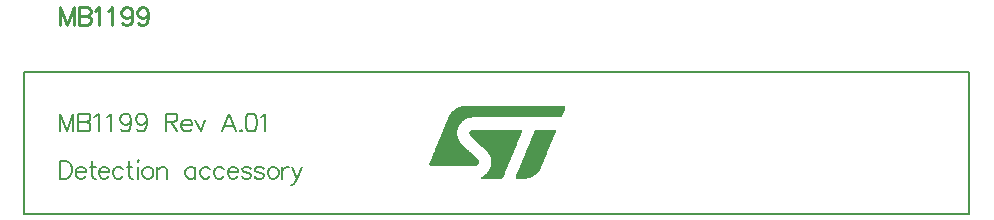
<source format=gbr>
%FSTAX23Y23*%
%MOIN*%
%SFA1B1*%

%IPPOS*%
%ADD11C,0.005000*%
%ADD12C,0.010000*%
%ADD14C,0.001000*%
%ADD15C,0.006000*%
%LNpcb1-1*%
%LPD*%
G54D11*
X0Y0D02*
X0315D01*
Y00472*
X0D02*
X0315D01*
X0Y0D02*
Y00472D01*
G54D12*
X00118Y0069D02*
Y0063D01*
Y0069D02*
X00141Y0063D01*
X00164Y0069D02*
X00141Y0063D01*
X00164Y0069D02*
Y0063D01*
X00181Y0069D02*
Y0063D01*
Y0069D02*
X00207D01*
X00215Y00687*
X00218Y00684*
X00221Y00678*
Y00673*
X00218Y00667*
X00215Y00664*
X00207Y00661*
X00181D02*
X00207D01*
X00215Y00658*
X00218Y00656*
X00221Y0065*
Y00641*
X00218Y00636*
X00215Y00633*
X00207Y0063*
X00181*
X00234Y00678D02*
X0024Y00681D01*
X00249Y0069*
Y0063*
X00278Y00678D02*
X00284Y00681D01*
X00293Y0069*
Y0063*
X00359Y0067D02*
X00357Y00661D01*
X00351Y00656*
X00342Y00653*
X00339*
X00331Y00656*
X00325Y00661*
X00322Y0067*
Y00673*
X00325Y00681*
X00331Y00687*
X00339Y0069*
X00342*
X00351Y00687*
X00357Y00681*
X00359Y0067*
Y00656*
X00357Y00641*
X00351Y00633*
X00342Y0063*
X00337*
X00328Y00633*
X00325Y00638*
X00413Y0067D02*
X0041Y00661D01*
X00404Y00656*
X00396Y00653*
X00393*
X00384Y00656*
X00379Y00661*
X00376Y0067*
Y00673*
X00379Y00681*
X00384Y00687*
X00393Y0069*
X00396*
X00404Y00687*
X0041Y00681*
X00413Y0067*
Y00656*
X0041Y00641*
X00404Y00633*
X00396Y0063*
X0039*
X00381Y00633*
X00379Y00638*
G54D14*
X01462Y0036D02*
X01798D01*
X01459Y00359D02*
X01799D01*
X01457D02*
X01799D01*
X01454D02*
X018D01*
X01452Y00358D02*
X018D01*
X01451Y00357D02*
X018D01*
X01449D02*
X018D01*
X01448Y00356D02*
X018D01*
X01447D02*
X018D01*
X01446D02*
X018D01*
X01444Y00355D02*
X018D01*
X01444Y00354D02*
X01799D01*
X01442D02*
X01799D01*
X01441D02*
X01799D01*
X01441Y00353D02*
X01799D01*
X01439Y00352D02*
X01799D01*
X01439D02*
X01798D01*
X01438D02*
X01798D01*
X01437Y00351D02*
X01798D01*
X01436Y0035D02*
X01798D01*
X01436D02*
X01798D01*
X01435D02*
X01798D01*
X01434Y00349D02*
X01798D01*
X01434D02*
X01797D01*
X01433Y00348D02*
X01797D01*
X01433Y00347D02*
X01796D01*
X01431D02*
X01796D01*
X01431D02*
X01796D01*
X01431Y00346D02*
X01796D01*
X0143Y00345D02*
X01796D01*
X01429D02*
X01796D01*
X01429D02*
X01796D01*
X01428Y00344D02*
X01796D01*
X01428Y00343D02*
X01795D01*
X01427D02*
X01795D01*
X01426D02*
X01794D01*
X01426Y00342D02*
X01794D01*
X01426D02*
X01794D01*
X01426Y00341D02*
X01794D01*
X01425Y0034D02*
X01794D01*
X01424D02*
X01793D01*
X01424D02*
X01793D01*
X01423Y00339D02*
X01793D01*
X01423Y00338D02*
X01793D01*
X01423D02*
X01793D01*
X01423D02*
X01793D01*
X01422Y00337D02*
X01793D01*
X01421Y00336D02*
X01792D01*
X01421D02*
X01792D01*
X01421D02*
X01792D01*
X01421Y00335D02*
X01791D01*
X0142D02*
X01791D01*
X01419Y00334D02*
X01791D01*
X01419Y00333D02*
X01791D01*
X01419D02*
X01791D01*
X01418D02*
X01791D01*
X01418Y00332D02*
X01791D01*
X01418Y00331D02*
X0179D01*
X01418D02*
X0179D01*
X01418D02*
X01789D01*
X01417Y0033D02*
X01789D01*
X01417Y00329D02*
X01789D01*
X01416D02*
X01789D01*
X01416D02*
X01789D01*
X01416Y00328D02*
X01788D01*
X01416Y00327D02*
X01788D01*
X01416D02*
X01788D01*
X01416Y00326D02*
X01788D01*
X01415D02*
X01787D01*
X01415D02*
X01786D01*
X01414Y00325D02*
X01488D01*
X01414Y00324D02*
X01485D01*
X01414D02*
X01482D01*
X01414D02*
X0148D01*
X01414Y00323D02*
X01478D01*
X01413Y00322D02*
X01476D01*
X01413D02*
X01474D01*
X01413D02*
X01474D01*
X01413Y00321D02*
X01472D01*
X01413Y0032D02*
X01471D01*
X01413D02*
X01469D01*
X01413Y00319D02*
X01469D01*
X01412D02*
X01467D01*
X01412D02*
X01467D01*
X01412Y00318D02*
X01466D01*
X01411Y00317D02*
X01465D01*
X01411D02*
X01464D01*
X01411D02*
X01464D01*
X01411Y00316D02*
X01462D01*
X01411Y00315D02*
X01462D01*
X01411D02*
X01461D01*
X01411D02*
X01461D01*
X0141Y00314D02*
X0146D01*
X0141Y00313D02*
X01459D01*
X0141D02*
X01459D01*
X0141Y00312D02*
X01458D01*
X0141D02*
X01457D01*
X01409D02*
X01457D01*
X01409Y00311D02*
X01456D01*
X01408Y0031D02*
X01456D01*
X01408D02*
X01455D01*
X01408D02*
X01454D01*
X01408Y00309D02*
X01454D01*
X01408Y00308D02*
X01454D01*
X01408D02*
X01454D01*
X01408D02*
X01453D01*
X01407Y00307D02*
X01452D01*
X01407Y00306D02*
X01452D01*
X01407D02*
X01452D01*
X01406D02*
X01451D01*
X01406Y00305D02*
X01451D01*
X01406D02*
X01451D01*
X01406Y00304D02*
X0145D01*
X01406Y00303D02*
X01449D01*
X01406D02*
X01449D01*
X01406D02*
X01449D01*
X01405Y00302D02*
X01449D01*
X01405Y00301D02*
X01448D01*
X01405D02*
X01448D01*
X01405D02*
X01447D01*
X01405Y003D02*
X01447D01*
X01404Y00299D02*
X01447D01*
X01404D02*
X01446D01*
X01403D02*
X01446D01*
X01403Y00298D02*
X01446D01*
X01403D02*
X01446D01*
X01403Y00297D02*
X01446D01*
X01403Y00296D02*
X01446D01*
X01403D02*
X01445D01*
X01403D02*
X01445D01*
X01402Y00295D02*
X01444D01*
X01402Y00294D02*
X01444D01*
X01402D02*
X01444D01*
X01401D02*
X01444D01*
X01401Y00293D02*
X01444D01*
X01401Y00292D02*
X01444D01*
X01401D02*
X01444D01*
X01401D02*
X01443D01*
X01401Y00291D02*
X01443D01*
X01401Y0029D02*
X01442D01*
X014D02*
X01442D01*
X014Y00289D02*
X01442D01*
X014D02*
X01442D01*
X014D02*
X01442D01*
X014Y00288D02*
X01442D01*
X01399Y00287D02*
X01441D01*
X01399D02*
X01441D01*
X01398D02*
X01441D01*
X01398Y00286D02*
X01441D01*
X01398Y00285D02*
X01441D01*
X01398D02*
X01441D01*
X01398D02*
X01441D01*
X01398Y00284D02*
X01441D01*
X01398Y00283D02*
X01441D01*
X01397D02*
X01441D01*
X01397Y00282D02*
X01441D01*
X01397D02*
X01441D01*
X01396D02*
X0144D01*
X01396Y00281D02*
X0144D01*
X01491D02*
X01653D01*
X01706D02*
X01766D01*
X01396Y0028D02*
X0144D01*
X0149D02*
X01655D01*
X01704D02*
X01766D01*
X01396D02*
X0144D01*
X01489D02*
X01655D01*
X01704D02*
X01767D01*
X01396D02*
X0144D01*
X01488D02*
X01655D01*
X01703D02*
X01768D01*
X01395Y00279D02*
X0144D01*
X01487D02*
X01655D01*
X01702D02*
X01768D01*
X01395Y00278D02*
X01439D01*
X01487D02*
X01656D01*
X01702D02*
X01768D01*
X01395D02*
X01439D01*
X01486D02*
X01656D01*
X01702D02*
X01768D01*
X01395D02*
X01439D01*
X01485D02*
X01656D01*
X01701D02*
X01768D01*
X01395Y00277D02*
X01439D01*
X01485D02*
X01655D01*
X01701D02*
X01768D01*
X01395Y00276D02*
X01439D01*
X01485D02*
X01655D01*
X01701D02*
X01768D01*
X01395D02*
X01439D01*
X01485D02*
X01655D01*
X017D02*
X01768D01*
X01394Y00275D02*
X01439D01*
X01485D02*
X01655D01*
X017D02*
X01767D01*
X01394D02*
X01439D01*
X01484D02*
X01655D01*
X01699D02*
X01767D01*
X01393D02*
X01439D01*
X01484D02*
X01655D01*
X01699D02*
X01766D01*
X01393Y00274D02*
X01439D01*
X01484D02*
X01654D01*
X01699D02*
X01766D01*
X01393Y00273D02*
X01439D01*
X01484D02*
X01654D01*
X01699D02*
X01766D01*
X01393D02*
X01439D01*
X01484D02*
X01653D01*
X01699D02*
X01766D01*
X01393D02*
X01439D01*
X01484D02*
X01653D01*
X01699D02*
X01766D01*
X01393Y00272D02*
X01439D01*
X01483D02*
X01653D01*
X01699D02*
X01765D01*
X01393Y00271D02*
X01439D01*
X01483D02*
X01653D01*
X01698D02*
X01765D01*
X01393D02*
X01439D01*
X01483D02*
X01653D01*
X01698D02*
X01765D01*
X01392D02*
X01439D01*
X01483D02*
X01653D01*
X01698D02*
X01765D01*
X01392Y0027D02*
X01439D01*
X01483D02*
X01653D01*
X01697D02*
X01765D01*
X01391Y00269D02*
X01439D01*
X01483D02*
X01652D01*
X01697D02*
X01765D01*
X01391D02*
X01439D01*
X01484D02*
X01652D01*
X01697D02*
X01765D01*
X01391D02*
X01439D01*
X01484D02*
X01652D01*
X01697D02*
X01764D01*
X01391Y00268D02*
X01439D01*
X01484D02*
X01651D01*
X01697D02*
X01764D01*
X01391D02*
X01439D01*
X01484D02*
X01651D01*
X01696D02*
X01764D01*
X0139Y00267D02*
X01439D01*
X01484D02*
X01651D01*
X01696D02*
X01763D01*
X0139Y00266D02*
X01439D01*
X01484D02*
X01651D01*
X01696D02*
X01763D01*
X0139D02*
X01439D01*
X01485D02*
X01651D01*
X01696D02*
X01763D01*
X0139D02*
X01439D01*
X01485D02*
X01651D01*
X01696D02*
X01763D01*
X0139Y00265D02*
X01439D01*
X01485D02*
X01651D01*
X01696D02*
X01763D01*
X0139Y00264D02*
X01439D01*
X01485D02*
X0165D01*
X01696D02*
X01763D01*
X0139D02*
X01439D01*
X01485D02*
X0165D01*
X01695D02*
X01763D01*
X01389D02*
X01439D01*
X01486D02*
X0165D01*
X01695D02*
X01762D01*
X01389Y00263D02*
X01439D01*
X01487D02*
X0165D01*
X01694D02*
X01762D01*
X01388Y00262D02*
X01439D01*
X01487D02*
X0165D01*
X01694D02*
X01762D01*
X01388D02*
X0144D01*
X01487D02*
X01649D01*
X01694D02*
X01762D01*
X01388D02*
X0144D01*
X01488D02*
X01649D01*
X01694D02*
X01762D01*
X01388Y00261D02*
X0144D01*
X01488D02*
X01648D01*
X01694D02*
X01761D01*
X01388D02*
X0144D01*
X01489D02*
X01648D01*
X01694D02*
X01761D01*
X01388Y0026D02*
X0144D01*
X0149D02*
X01648D01*
X01694D02*
X0176D01*
X01388Y00259D02*
X0144D01*
X0149D02*
X01648D01*
X01694D02*
X0176D01*
X01388D02*
X01441D01*
X0149D02*
X01648D01*
X01693D02*
X0176D01*
X01387D02*
X01441D01*
X01491D02*
X01648D01*
X01693D02*
X0176D01*
X01387Y00258D02*
X01441D01*
X01492D02*
X01648D01*
X01692D02*
X0176D01*
X01387Y00257D02*
X01441D01*
X01492D02*
X01648D01*
X01692D02*
X0176D01*
X01387D02*
X01441D01*
X01493D02*
X01647D01*
X01692D02*
X0176D01*
X01386D02*
X01441D01*
X01493D02*
X01647D01*
X01692D02*
X01759D01*
X01386Y00256D02*
X01441D01*
X01494D02*
X01646D01*
X01692D02*
X01759D01*
X01386Y00255D02*
X01441D01*
X01495D02*
X01646D01*
X01691D02*
X01759D01*
X01385D02*
X01441D01*
X01495D02*
X01646D01*
X01691D02*
X01758D01*
X01385D02*
X01441D01*
X01495D02*
X01646D01*
X01691D02*
X01758D01*
X01385Y00254D02*
X01441D01*
X01496D02*
X01646D01*
X01691D02*
X01758D01*
X01385D02*
X01442D01*
X01497D02*
X01645D01*
X01691D02*
X01758D01*
X01385Y00253D02*
X01442D01*
X01497D02*
X01645D01*
X01691D02*
X01758D01*
X01385Y00252D02*
X01442D01*
X01497D02*
X01645D01*
X01691D02*
X01758D01*
X01385D02*
X01442D01*
X01498D02*
X01645D01*
X0169D02*
X01758D01*
X01384D02*
X01442D01*
X01499D02*
X01645D01*
X0169D02*
X01757D01*
X01384Y00251D02*
X01442D01*
X015D02*
X01645D01*
X01689D02*
X01757D01*
X01384Y0025D02*
X01443D01*
X015D02*
X01645D01*
X01689D02*
X01757D01*
X01383D02*
X01443D01*
X015D02*
X01644D01*
X01689D02*
X01757D01*
X01383D02*
X01443D01*
X01501D02*
X01644D01*
X01689D02*
X01757D01*
X01383Y00249D02*
X01444D01*
X01502D02*
X01643D01*
X01689D02*
X01756D01*
X01383D02*
X01444D01*
X01502D02*
X01643D01*
X01689D02*
X01756D01*
X01383Y00248D02*
X01444D01*
X01503D02*
X01643D01*
X01689D02*
X01755D01*
X01383D02*
X01444D01*
X01503D02*
X01643D01*
X01689D02*
X01755D01*
X01383Y00247D02*
X01444D01*
X01503D02*
X01643D01*
X01688D02*
X01755D01*
X01382D02*
X01444D01*
X01504D02*
X01643D01*
X01688D02*
X01755D01*
X01382Y00246D02*
X01445D01*
X01505D02*
X01643D01*
X01688D02*
X01755D01*
X01382Y00245D02*
X01445D01*
X01505D02*
X01643D01*
X01688D02*
X01755D01*
X01382D02*
X01446D01*
X01506D02*
X01642D01*
X01688D02*
X01755D01*
X01382Y00244D02*
X01446D01*
X01507D02*
X01642D01*
X01687D02*
X01754D01*
X01381D02*
X01446D01*
X01507D02*
X01641D01*
X01687D02*
X01754D01*
X01381Y00243D02*
X01446D01*
X01508D02*
X01641D01*
X01686D02*
X01754D01*
X0138D02*
X01446D01*
X01508D02*
X01641D01*
X01686D02*
X01753D01*
X0138D02*
X01446D01*
X01508D02*
X01641D01*
X01686D02*
X01753D01*
X0138Y00242D02*
X01447D01*
X01509D02*
X01641D01*
X01686D02*
X01753D01*
X0138D02*
X01447D01*
X0151D02*
X0164D01*
X01686D02*
X01753D01*
X0138Y00241D02*
X01447D01*
X0151D02*
X0164D01*
X01686D02*
X01753D01*
X0138D02*
X01448D01*
X0151D02*
X0164D01*
X01686D02*
X01753D01*
X0138Y0024D02*
X01449D01*
X01511D02*
X0164D01*
X01685D02*
X01753D01*
X01379D02*
X01449D01*
X01512D02*
X0164D01*
X01685D02*
X01752D01*
X01379Y00239D02*
X01449D01*
X01512D02*
X0164D01*
X01685D02*
X01752D01*
X01379Y00238D02*
X01449D01*
X01513D02*
X0164D01*
X01684D02*
X01752D01*
X01378D02*
X01449D01*
X01513D02*
X01639D01*
X01684D02*
X01752D01*
X01378Y00237D02*
X0145D01*
X01514D02*
X01639D01*
X01684D02*
X01752D01*
X01378D02*
X01451D01*
X01515D02*
X01639D01*
X01684D02*
X01751D01*
X01378Y00236D02*
X01451D01*
X01515D02*
X01638D01*
X01684D02*
X01751D01*
X01378D02*
X01452D01*
X01515D02*
X01638D01*
X01684D02*
X0175D01*
X01378Y00235D02*
X01452D01*
X01516D02*
X01638D01*
X01684D02*
X0175D01*
X01378D02*
X01452D01*
X01516D02*
X01638D01*
X01683D02*
X0175D01*
X01377D02*
X01452D01*
X01517D02*
X01638D01*
X01683D02*
X0175D01*
X01377Y00234D02*
X01453D01*
X01518D02*
X01638D01*
X01683D02*
X0175D01*
X01377D02*
X01454D01*
X01518D02*
X01638D01*
X01683D02*
X0175D01*
X01377Y00233D02*
X01454D01*
X01518D02*
X01637D01*
X01683D02*
X0175D01*
X01377D02*
X01455D01*
X01519D02*
X01637D01*
X01682D02*
X0175D01*
X01376Y00232D02*
X01456D01*
X0152D02*
X01637D01*
X01682D02*
X01749D01*
X01376Y00231D02*
X01456D01*
X0152D02*
X01637D01*
X01681D02*
X01749D01*
X01375D02*
X01457D01*
X01521D02*
X01637D01*
X01681D02*
X01748D01*
X01375Y0023D02*
X01457D01*
X01521D02*
X01636D01*
X01681D02*
X01748D01*
X01375D02*
X01457D01*
X01522D02*
X01636D01*
X01681D02*
X01748D01*
X01375Y00229D02*
X01458D01*
X01523D02*
X01635D01*
X01681D02*
X01748D01*
X01375D02*
X01459D01*
X01523D02*
X01635D01*
X01681D02*
X01748D01*
X01375Y00228D02*
X01459D01*
X01523D02*
X01635D01*
X01681D02*
X01747D01*
X01375D02*
X01459D01*
X01524D02*
X01635D01*
X0168D02*
X01747D01*
X01374D02*
X0146D01*
X01525D02*
X01635D01*
X0168D02*
X01747D01*
X01374Y00227D02*
X01461D01*
X01525D02*
X01635D01*
X0168D02*
X01747D01*
X01374D02*
X01461D01*
X01526D02*
X01635D01*
X01679D02*
X01747D01*
X01373Y00226D02*
X01462D01*
X01526D02*
X01634D01*
X01679D02*
X01747D01*
X01373D02*
X01462D01*
X01526D02*
X01634D01*
X01679D02*
X01747D01*
X01373Y00225D02*
X01463D01*
X01527D02*
X01634D01*
X01679D02*
X01746D01*
X01373D02*
X01464D01*
X01528D02*
X01633D01*
X01679D02*
X01746D01*
X01373Y00224D02*
X01464D01*
X01528D02*
X01633D01*
X01679D02*
X01746D01*
X01372Y00223D02*
X01464D01*
X01529D02*
X01633D01*
X01679D02*
X01745D01*
X01372D02*
X01465D01*
X0153D02*
X01633D01*
X01678D02*
X01745D01*
X01372Y00222D02*
X01465D01*
X0153D02*
X01633D01*
X01678D02*
X01745D01*
X01372D02*
X01466D01*
X01531D02*
X01633D01*
X01678D02*
X01745D01*
X01372Y00221D02*
X01467D01*
X01531D02*
X01633D01*
X01678D02*
X01745D01*
X01372D02*
X01467D01*
X01531D02*
X01632D01*
X01678D02*
X01745D01*
X01372D02*
X01467D01*
X01532D02*
X01632D01*
X01677D02*
X01745D01*
X01371Y0022D02*
X01468D01*
X01533D02*
X01632D01*
X01677D02*
X01744D01*
X01371D02*
X01469D01*
X01533D02*
X01632D01*
X01676D02*
X01744D01*
X0137Y00219D02*
X01469D01*
X01533D02*
X01632D01*
X01676D02*
X01743D01*
X0137D02*
X01469D01*
X01534D02*
X01631D01*
X01676D02*
X01743D01*
X0137Y00218D02*
X0147D01*
X01535D02*
X01631D01*
X01676D02*
X01743D01*
X0137D02*
X01471D01*
X01536D02*
X0163D01*
X01676D02*
X01743D01*
X0137Y00217D02*
X01472D01*
X01536D02*
X0163D01*
X01676D02*
X01743D01*
X0137Y00216D02*
X01472D01*
X01536D02*
X0163D01*
X01676D02*
X01742D01*
X0137D02*
X01472D01*
X01537D02*
X0163D01*
X01676D02*
X01742D01*
X01369Y00215D02*
X01473D01*
X01538D02*
X0163D01*
X01675D02*
X01742D01*
X01369D02*
X01474D01*
X01538D02*
X0163D01*
X01675D02*
X01742D01*
X01369Y00214D02*
X01474D01*
X01538D02*
X0163D01*
X01674D02*
X01742D01*
X01368D02*
X01474D01*
X01539D02*
X01629D01*
X01674D02*
X01742D01*
X01368Y00213D02*
X01475D01*
X01539D02*
X01629D01*
X01674D02*
X01742D01*
X01368D02*
X01475D01*
X0154D02*
X01629D01*
X01674D02*
X01741D01*
X01368D02*
X01476D01*
X01541D02*
X01628D01*
X01674D02*
X01741D01*
X01368Y00212D02*
X01477D01*
X01541D02*
X01628D01*
X01673D02*
X01741D01*
X01367D02*
X01477D01*
X01541D02*
X01628D01*
X01673D02*
X0174D01*
X01367Y00211D02*
X01478D01*
X01542D02*
X01628D01*
X01673D02*
X0174D01*
X01367D02*
X01479D01*
X01543D02*
X01628D01*
X01673D02*
X0174D01*
X01367Y0021D02*
X01479D01*
X01543D02*
X01628D01*
X01673D02*
X0174D01*
X01367Y00209D02*
X0148D01*
X01543D02*
X01628D01*
X01673D02*
X0174D01*
X01367D02*
X0148D01*
X01543D02*
X01627D01*
X01673D02*
X0174D01*
X01367Y00208D02*
X0148D01*
X01544D02*
X01627D01*
X01672D02*
X0174D01*
X01366D02*
X01481D01*
X01544D02*
X01627D01*
X01672D02*
X01739D01*
X01366Y00207D02*
X01482D01*
X01544D02*
X01627D01*
X01671D02*
X01739D01*
X01365D02*
X01482D01*
X01545D02*
X01627D01*
X01671D02*
X01738D01*
X01365Y00206D02*
X01482D01*
X01546D02*
X01626D01*
X01671D02*
X01738D01*
X01365D02*
X01483D01*
X01546D02*
X01626D01*
X01671D02*
X01738D01*
X01365D02*
X01484D01*
X01546D02*
X01625D01*
X01671D02*
X01738D01*
X01365Y00205D02*
X01484D01*
X01546D02*
X01625D01*
X01671D02*
X01738D01*
X01365D02*
X01485D01*
X01547D02*
X01625D01*
X01671D02*
X01737D01*
X01365Y00204D02*
X01485D01*
X01547D02*
X01625D01*
X01671D02*
X01737D01*
X01364D02*
X01486D01*
X01548D02*
X01625D01*
X0167D02*
X01737D01*
X01364Y00203D02*
X01487D01*
X01548D02*
X01625D01*
X0167D02*
X01737D01*
X01364D02*
X01487D01*
X01548D02*
X01625D01*
X01669D02*
X01737D01*
X01363Y00202D02*
X01487D01*
X01548D02*
X01625D01*
X01669D02*
X01737D01*
X01363Y00201D02*
X01488D01*
X01548D02*
X01624D01*
X01669D02*
X01737D01*
X01363D02*
X01488D01*
X01549D02*
X01624D01*
X01669D02*
X01736D01*
X01363Y002D02*
X01489D01*
X01549D02*
X01623D01*
X01669D02*
X01736D01*
X01363D02*
X0149D01*
X01549D02*
X01623D01*
X01668D02*
X01736D01*
X01362Y00199D02*
X0149D01*
X0155D02*
X01623D01*
X01668D02*
X01735D01*
X01362D02*
X0149D01*
X0155D02*
X01623D01*
X01668D02*
X01735D01*
X01362D02*
X01491D01*
X01551D02*
X01623D01*
X01668D02*
X01735D01*
X01362Y00198D02*
X01492D01*
X01551D02*
X01622D01*
X01668D02*
X01735D01*
X01362D02*
X01492D01*
X01551D02*
X01622D01*
X01668D02*
X01735D01*
X01362Y00197D02*
X01492D01*
X01551D02*
X01622D01*
X01668D02*
X01735D01*
X01362D02*
X01493D01*
X01551D02*
X01622D01*
X01667D02*
X01735D01*
X01361Y00196D02*
X01494D01*
X01551D02*
X01622D01*
X01667D02*
X01734D01*
X01361D02*
X01495D01*
X01552D02*
X01622D01*
X01667D02*
X01734D01*
X0136Y00195D02*
X01495D01*
X01552D02*
X01622D01*
X01666D02*
X01734D01*
X0136Y00194D02*
X01495D01*
X01552D02*
X01621D01*
X01666D02*
X01734D01*
X0136D02*
X01496D01*
X01553D02*
X01621D01*
X01666D02*
X01734D01*
X0136Y00193D02*
X01497D01*
X01553D02*
X01621D01*
X01666D02*
X01733D01*
X0136D02*
X01497D01*
X01553D02*
X0162D01*
X01666D02*
X01733D01*
X0136Y00192D02*
X01497D01*
X01553D02*
X0162D01*
X01666D02*
X01732D01*
X0136D02*
X01498D01*
X01553D02*
X0162D01*
X01666D02*
X01732D01*
X0136Y00191D02*
X01498D01*
X01554D02*
X0162D01*
X01665D02*
X01732D01*
X01359D02*
X01499D01*
X01554D02*
X0162D01*
X01665D02*
X01732D01*
X01359D02*
X015D01*
X01554D02*
X0162D01*
X01664D02*
X01732D01*
X01359Y0019D02*
X015D01*
X01554D02*
X0162D01*
X01664D02*
X01732D01*
X01359D02*
X015D01*
X01554D02*
X01619D01*
X01664D02*
X01732D01*
X01358Y00189D02*
X01502D01*
X01554D02*
X01619D01*
X01664D02*
X01732D01*
X01358D02*
X01502D01*
X01554D02*
X01618D01*
X01664D02*
X01731D01*
X01358Y00188D02*
X01503D01*
X01554D02*
X01618D01*
X01663D02*
X01731D01*
X01357D02*
X01503D01*
X01554D02*
X01618D01*
X01663D02*
X0173D01*
X01357Y00187D02*
X01503D01*
X01555D02*
X01618D01*
X01663D02*
X0173D01*
X01357Y00186D02*
X01504D01*
X01555D02*
X01618D01*
X01663D02*
X0173D01*
X01357D02*
X01505D01*
X01555D02*
X01617D01*
X01663D02*
X0173D01*
X01357Y00185D02*
X01505D01*
X01555D02*
X01617D01*
X01663D02*
X0173D01*
X01357D02*
X01505D01*
X01555D02*
X01617D01*
X01663D02*
X0173D01*
X01357Y00184D02*
X01506D01*
X01556D02*
X01617D01*
X01662D02*
X0173D01*
X01356D02*
X01507D01*
X01556D02*
X01617D01*
X01662D02*
X01729D01*
X01356D02*
X01507D01*
X01556D02*
X01617D01*
X01662D02*
X01729D01*
X01355Y00183D02*
X01508D01*
X01556D02*
X01617D01*
X01661D02*
X01729D01*
X01355D02*
X01508D01*
X01556D02*
X01616D01*
X01661D02*
X01729D01*
X01355Y00182D02*
X01508D01*
X01556D02*
X01616D01*
X01661D02*
X01729D01*
X01355D02*
X01509D01*
X01556D02*
X01616D01*
X01661D02*
X01728D01*
X01355Y00181D02*
X0151D01*
X01556D02*
X01615D01*
X01661D02*
X01728D01*
X01355D02*
X0151D01*
X01556D02*
X01615D01*
X01661D02*
X01727D01*
X01355Y0018D02*
X0151D01*
X01556D02*
X01615D01*
X01661D02*
X01727D01*
X01355Y00179D02*
X0151D01*
X01556D02*
X01615D01*
X0166D02*
X01727D01*
X01354D02*
X01511D01*
X01556D02*
X01615D01*
X0166D02*
X01727D01*
X01354Y00178D02*
X01511D01*
X01556D02*
X01615D01*
X0166D02*
X01727D01*
X01354D02*
X01512D01*
X01556D02*
X01615D01*
X0166D02*
X01727D01*
X01354Y00177D02*
X01512D01*
X01556D02*
X01614D01*
X0166D02*
X01727D01*
X01353D02*
X01512D01*
X01556D02*
X01614D01*
X01659D02*
X01727D01*
X01353Y00176D02*
X01512D01*
X01556D02*
X01613D01*
X01659D02*
X01726D01*
X01353D02*
X01512D01*
X01556D02*
X01613D01*
X01658D02*
X01726D01*
X01352D02*
X01512D01*
X01556D02*
X01613D01*
X01658D02*
X01725D01*
X01352Y00175D02*
X01512D01*
X01556D02*
X01613D01*
X01658D02*
X01725D01*
X01352D02*
X01512D01*
X01556D02*
X01613D01*
X01658D02*
X01725D01*
X01352Y00174D02*
X01512D01*
X01556D02*
X01612D01*
X01658D02*
X01725D01*
X01352D02*
X01512D01*
X01556D02*
X01612D01*
X01658D02*
X01725D01*
X01352Y00173D02*
X01512D01*
X01556D02*
X01612D01*
X01658D02*
X01724D01*
X01352Y00172D02*
X01512D01*
X01556D02*
X01612D01*
X01658D02*
X01724D01*
X01351D02*
X01512D01*
X01556D02*
X01612D01*
X01657D02*
X01724D01*
X01351Y00171D02*
X01512D01*
X01556D02*
X01612D01*
X01657D02*
X01724D01*
X01351D02*
X01512D01*
X01556D02*
X01612D01*
X01656D02*
X01724D01*
X0135Y0017D02*
X01512D01*
X01556D02*
X01611D01*
X01656D02*
X01724D01*
X0135D02*
X01512D01*
X01556D02*
X01611D01*
X01656D02*
X01724D01*
X0135Y00169D02*
X01512D01*
X01556D02*
X01611D01*
X01656D02*
X01723D01*
X0135D02*
X01511D01*
X01556D02*
X0161D01*
X01656D02*
X01723D01*
X0135D02*
X0151D01*
X01556D02*
X0161D01*
X01656D02*
X01723D01*
X0135Y00168D02*
X0151D01*
X01556D02*
X0161D01*
X01656D02*
X01722D01*
X0135D02*
X0151D01*
X01556D02*
X0161D01*
X01655D02*
X01722D01*
X0135Y00167D02*
X0151D01*
X01556D02*
X0161D01*
X01655D02*
X01722D01*
X0135D02*
X01509D01*
X01556D02*
X0161D01*
X01655D02*
X01722D01*
X0135Y00166D02*
X01508D01*
X01556D02*
X0161D01*
X01655D02*
X01722D01*
X0135D02*
X01507D01*
X01556D02*
X01609D01*
X01655D02*
X01722D01*
X01351Y00165D02*
X01506D01*
X01556D02*
X01609D01*
X01654D02*
X01722D01*
X01352Y00164D02*
X01505D01*
X01555D02*
X01609D01*
X01654D02*
X01721D01*
X01555D02*
X01609D01*
X01653D02*
X01721D01*
X01555Y00163D02*
X01609D01*
X01653D02*
X0172D01*
X01555D02*
X01608D01*
X01653D02*
X0172D01*
X01555Y00162D02*
X01608D01*
X01653D02*
X0172D01*
X01554D02*
X01607D01*
X01653D02*
X0172D01*
X01554D02*
X01607D01*
X01653D02*
X0172D01*
X01554Y00161D02*
X01607D01*
X01653D02*
X01719D01*
X01554D02*
X01607D01*
X01653D02*
X01719D01*
X01554Y0016D02*
X01607D01*
X01652D02*
X01719D01*
X01554D02*
X01607D01*
X01652D02*
X01719D01*
X01554Y00159D02*
X01607D01*
X01651D02*
X01719D01*
X01554D02*
X01607D01*
X01651D02*
X01719D01*
X01554Y00158D02*
X01606D01*
X01651D02*
X01719D01*
X01554Y00157D02*
X01606D01*
X01651D02*
X01718D01*
X01553D02*
X01605D01*
X01651D02*
X01718D01*
X01553Y00156D02*
X01605D01*
X01651D02*
X01717D01*
X01553D02*
X01605D01*
X01651D02*
X01717D01*
X01553Y00155D02*
X01605D01*
X0165D02*
X01717D01*
X01553D02*
X01605D01*
X0165D02*
X01717D01*
X01553Y00154D02*
X01605D01*
X0165D02*
X01717D01*
X01552D02*
X01605D01*
X0165D02*
X01717D01*
X01552D02*
X01604D01*
X0165D02*
X01717D01*
X01551Y00153D02*
X01604D01*
X01649D02*
X01716D01*
X01551D02*
X01604D01*
X01649D02*
X01716D01*
X01551Y00152D02*
X01604D01*
X01649D02*
X01715D01*
X01551D02*
X01604D01*
X01648D02*
X01715D01*
X01551Y00151D02*
X01603D01*
X01648D02*
X01715D01*
X01551Y0015D02*
X01603D01*
X01648D02*
X01714D01*
X01551D02*
X01602D01*
X01648D02*
X01714D01*
X0155Y00149D02*
X01602D01*
X01648D02*
X01714D01*
X0155D02*
X01602D01*
X01648D02*
X01714D01*
X01549Y00148D02*
X01602D01*
X01648D02*
X01714D01*
X01549D02*
X01602D01*
X01647D02*
X01713D01*
X01549Y00147D02*
X01602D01*
X01647D02*
X01713D01*
X01548D02*
X01602D01*
X01646D02*
X01712D01*
X01548D02*
X01602D01*
X01646D02*
X01712D01*
X01548Y00146D02*
X01601D01*
X01646D02*
X01712D01*
X01548D02*
X01601D01*
X01646D02*
X01712D01*
X01548Y00145D02*
X016D01*
X01646D02*
X01711D01*
X01548D02*
X016D01*
X01645D02*
X01711D01*
X01547Y00144D02*
X016D01*
X01645D02*
X01711D01*
X01546D02*
X016D01*
X01645D02*
X0171D01*
X01546Y00143D02*
X016D01*
X01645D02*
X01709D01*
X01546Y00142D02*
X01599D01*
X01645D02*
X01709D01*
X01546D02*
X01599D01*
X01645D02*
X01709D01*
X01546Y00141D02*
X01599D01*
X01645D02*
X01708D01*
X01545D02*
X01599D01*
X01644D02*
X01708D01*
X01544Y0014D02*
X01599D01*
X01644D02*
X01707D01*
X01544D02*
X01599D01*
X01644D02*
X01707D01*
X01544D02*
X01599D01*
X01643D02*
X01707D01*
X01543Y00139D02*
X01598D01*
X01643D02*
X01706D01*
X01543D02*
X01598D01*
X01643D02*
X01706D01*
X01543Y00138D02*
X01598D01*
X01643D02*
X01705D01*
X01542D02*
X01597D01*
X01643D02*
X01704D01*
X01542Y00137D02*
X01597D01*
X01643D02*
X01704D01*
X01541D02*
X01597D01*
X01643D02*
X01704D01*
X01541Y00136D02*
X01597D01*
X01642D02*
X01703D01*
X01541Y00135D02*
X01597D01*
X01642D02*
X01702D01*
X0154D02*
X01597D01*
X01641D02*
X01702D01*
X01539Y00134D02*
X01597D01*
X01641D02*
X01701D01*
X01539D02*
X01596D01*
X01641D02*
X01701D01*
X01538Y00133D02*
X01596D01*
X01641D02*
X017D01*
X01538D02*
X01595D01*
X01641D02*
X01699D01*
X01538Y00132D02*
X01595D01*
X0164D02*
X01699D01*
X01537D02*
X01595D01*
X0164D02*
X01698D01*
X01536D02*
X01595D01*
X0164D02*
X01697D01*
X01536Y00131D02*
X01595D01*
X0164D02*
X01696D01*
X01536D02*
X01594D01*
X0164D02*
X01696D01*
X01535Y0013D02*
X01594D01*
X0164D02*
X01695D01*
X01534D02*
X01594D01*
X0164D02*
X01694D01*
X01533Y00129D02*
X01594D01*
X0164D02*
X01694D01*
X01533Y00128D02*
X01594D01*
X01639D02*
X01692D01*
X01532D02*
X01594D01*
X01639D02*
X01691D01*
X01531Y00127D02*
X01594D01*
X01638D02*
X01691D01*
X01531D02*
X01593D01*
X01638D02*
X01689D01*
X0153Y00126D02*
X01593D01*
X01638D02*
X01689D01*
X0153D02*
X01593D01*
X01638D02*
X01688D01*
X01528Y00125D02*
X01592D01*
X01638D02*
X01686D01*
X01528D02*
X01592D01*
X01638D02*
X01686D01*
X01527Y00124D02*
X01592D01*
X01638D02*
X01684D01*
X01526D02*
X01592D01*
X01638D02*
X01683D01*
X01525Y00123D02*
X01592D01*
X01638D02*
X01681D01*
X01524D02*
X01591D01*
X01638D02*
X01679D01*
X01523D02*
X0159D01*
X01638D02*
X01678D01*
X01523Y00122D02*
X01589D01*
X01638D02*
X01676D01*
X01523D02*
X01589D01*
X01638D02*
X01673D01*
X01523Y00121D02*
X01587D01*
X01639D02*
X01671D01*
X01523Y0012D02*
X01586D01*
X0164D02*
X01664D01*
G54D15*
X00118Y00335D02*
Y00276D01*
Y00335D02*
X00141Y00276D01*
X00163Y00335D02*
X00141Y00276D01*
X00163Y00335D02*
Y00276D01*
X0018Y00335D02*
Y00276D01*
Y00335D02*
X00205D01*
X00214Y00332*
X00217Y00329*
X00219Y00323*
Y00318*
X00217Y00312*
X00214Y00309*
X00205Y00307*
X0018D02*
X00205D01*
X00214Y00304*
X00217Y00301*
X00219Y00295*
Y00287*
X00217Y00281*
X00214Y00278*
X00205Y00276*
X0018*
X00233Y00323D02*
X00238Y00326D01*
X00247Y00335*
Y00276*
X00276Y00323D02*
X00281Y00326D01*
X0029Y00335*
Y00276*
X00356Y00315D02*
X00353Y00307D01*
X00347Y00301*
X00339Y00298*
X00336*
X00328Y00301*
X00322Y00307*
X00319Y00315*
Y00318*
X00322Y00326*
X00328Y00332*
X00336Y00335*
X00339*
X00347Y00332*
X00353Y00326*
X00356Y00315*
Y00301*
X00353Y00287*
X00347Y00278*
X00339Y00276*
X00333*
X00325Y00278*
X00322Y00284*
X00408Y00315D02*
X00405Y00307D01*
X004Y00301*
X00391Y00298*
X00389*
X0038Y00301*
X00375Y00307*
X00372Y00315*
Y00318*
X00375Y00326*
X0038Y00332*
X00389Y00335*
X00391*
X004Y00332*
X00405Y00326*
X00408Y00315*
Y00301*
X00405Y00287*
X004Y00278*
X00391Y00276*
X00386*
X00377Y00278*
X00375Y00284*
X00471Y00335D02*
Y00276D01*
Y00335D02*
X00496D01*
X00504Y00332*
X00507Y00329*
X0051Y00323*
Y00318*
X00507Y00312*
X00504Y00309*
X00496Y00307*
X00471*
X0049D02*
X0051Y00276D01*
X00523Y00298D02*
X00557D01*
Y00304*
X00554Y00309*
X00551Y00312*
X00546Y00315*
X00537*
X00532Y00312*
X00526Y00307*
X00523Y00298*
Y00292*
X00526Y00284*
X00532Y00278*
X00537Y00276*
X00546*
X00551Y00278*
X00557Y00284*
X0057Y00315D02*
X00587Y00276D01*
X00603Y00315D02*
X00587Y00276D01*
X00704D02*
X00682Y00335D01*
X00659Y00276*
X00668Y00295D02*
X00696D01*
X00721Y00281D02*
X00718Y00278D01*
X00721Y00276*
X00724Y00278*
X00721Y00281*
X00754Y00335D02*
X00745Y00332D01*
X00739Y00323*
X00737Y00309*
Y00301*
X00739Y00287*
X00745Y00278*
X00754Y00276*
X00759*
X00768Y00278*
X00773Y00287*
X00776Y00301*
Y00309*
X00773Y00323*
X00768Y00332*
X00759Y00335*
X00754*
X00789Y00323D02*
X00795Y00326D01*
X00803Y00335*
Y00276*
X00118Y00177D02*
Y00118D01*
Y00177D02*
X00138D01*
X00146Y00174*
X00152Y00169*
X00155Y00163*
X00157Y00155*
Y00141*
X00155Y00132*
X00152Y00127*
X00146Y00121*
X00138Y00118*
X00118*
X00171Y00141D02*
X00204D01*
Y00146*
X00202Y00152*
X00199Y00155*
X00193Y00157*
X00185*
X00179Y00155*
X00173Y00149*
X00171Y00141*
Y00135*
X00173Y00127*
X00179Y00121*
X00185Y00118*
X00193*
X00199Y00121*
X00204Y00127*
X00226Y00177D02*
Y00129D01*
X00228Y00121*
X00234Y00118*
X0024*
X00217Y00157D02*
X00237D01*
X00248Y00141D02*
X00282D01*
Y00146*
X00279Y00152*
X00276Y00155*
X0027Y00157*
X00262*
X00256Y00155*
X00251Y00149*
X00248Y00141*
Y00135*
X00251Y00127*
X00256Y00121*
X00262Y00118*
X0027*
X00276Y00121*
X00282Y00127*
X00328Y00149D02*
X00323Y00155D01*
X00317Y00157*
X00308*
X00303Y00155*
X00297Y00149*
X00294Y00141*
Y00135*
X00297Y00127*
X00303Y00121*
X00308Y00118*
X00317*
X00323Y00121*
X00328Y00127*
X00349Y00177D02*
Y00129D01*
X00352Y00121*
X00358Y00118*
X00363*
X00341Y00157D02*
X0036D01*
X00377Y00177D02*
X0038Y00174D01*
X00383Y00177*
X0038Y0018*
X00377Y00177*
X0038Y00157D02*
Y00118D01*
X00407Y00157D02*
X00402Y00155D01*
X00396Y00149*
X00393Y00141*
Y00135*
X00396Y00127*
X00402Y00121*
X00407Y00118*
X00416*
X00421Y00121*
X00427Y00127*
X0043Y00135*
Y00141*
X00427Y00149*
X00421Y00155*
X00416Y00157*
X00407*
X00443D02*
Y00118D01*
Y00146D02*
X00451Y00155D01*
X00457Y00157*
X00465*
X00471Y00155*
X00474Y00146*
Y00118*
X00569Y00157D02*
Y00118D01*
Y00149D02*
X00564Y00155D01*
X00558Y00157*
X0055*
X00544Y00155*
X00538Y00149*
X00536Y00141*
Y00135*
X00538Y00127*
X00544Y00121*
X0055Y00118*
X00558*
X00564Y00121*
X00569Y00127*
X00619Y00149D02*
X00613Y00155D01*
X00608Y00157*
X00599*
X00594Y00155*
X00588Y00149*
X00585Y00141*
Y00135*
X00588Y00127*
X00594Y00121*
X00599Y00118*
X00608*
X00613Y00121*
X00619Y00127*
X00665Y00149D02*
X0066Y00155D01*
X00654Y00157*
X00646*
X0064Y00155*
X00634Y00149*
X00631Y00141*
Y00135*
X00634Y00127*
X0064Y00121*
X00646Y00118*
X00654*
X0066Y00121*
X00665Y00127*
X00678Y00141D02*
X00712D01*
Y00146*
X00709Y00152*
X00706Y00155*
X007Y00157*
X00692*
X00686Y00155*
X00681Y00149*
X00678Y00141*
Y00135*
X00681Y00127*
X00686Y00121*
X00692Y00118*
X007*
X00706Y00121*
X00712Y00127*
X00755Y00149D02*
X00752Y00155D01*
X00744Y00157*
X00736*
X00727Y00155*
X00724Y00149*
X00727Y00143*
X00733Y00141*
X00747Y00138*
X00752Y00135*
X00755Y00129*
Y00127*
X00752Y00121*
X00744Y00118*
X00736*
X00727Y00121*
X00724Y00127*
X00799Y00149D02*
X00796Y00155D01*
X00787Y00157*
X00779*
X0077Y00155*
X00768Y00149*
X0077Y00143*
X00776Y00141*
X0079Y00138*
X00796Y00135*
X00799Y00129*
Y00127*
X00796Y00121*
X00787Y00118*
X00779*
X0077Y00121*
X00768Y00127*
X00825Y00157D02*
X00819Y00155D01*
X00814Y00149*
X00811Y00141*
Y00135*
X00814Y00127*
X00819Y00121*
X00825Y00118*
X00833*
X00839Y00121*
X00845Y00127*
X00847Y00135*
Y00141*
X00845Y00149*
X00839Y00155*
X00833Y00157*
X00825*
X0086D02*
Y00118D01*
Y00141D02*
X00863Y00149D01*
X00869Y00155*
X00874Y00157*
X00883*
X00891D02*
X00908Y00118D01*
X00925Y00157D02*
X00908Y00118D01*
X00902Y00107*
X00897Y00101*
X00891Y00098*
X00888*
M02*
</source>
